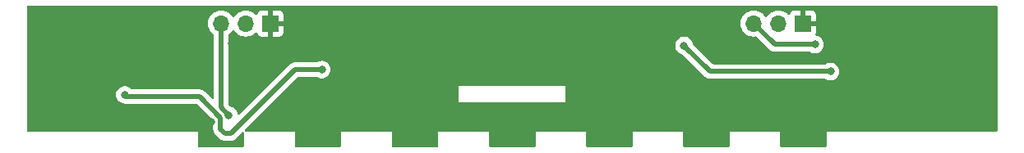
<source format=gbr>
%TF.GenerationSoftware,KiCad,Pcbnew,7.0.7*%
%TF.CreationDate,2023-11-13T13:38:28+01:00*%
%TF.ProjectId,Small_Wall,536d616c-6c5f-4576-916c-6c2e6b696361,rev?*%
%TF.SameCoordinates,Original*%
%TF.FileFunction,Copper,L2,Bot*%
%TF.FilePolarity,Positive*%
%FSLAX46Y46*%
G04 Gerber Fmt 4.6, Leading zero omitted, Abs format (unit mm)*
G04 Created by KiCad (PCBNEW 7.0.7) date 2023-11-13 13:38:28*
%MOMM*%
%LPD*%
G01*
G04 APERTURE LIST*
%TA.AperFunction,ComponentPad*%
%ADD10R,1.700000X1.700000*%
%TD*%
%TA.AperFunction,ComponentPad*%
%ADD11O,1.700000X1.700000*%
%TD*%
%TA.AperFunction,ViaPad*%
%ADD12C,0.800000*%
%TD*%
%TA.AperFunction,Conductor*%
%ADD13C,0.500000*%
%TD*%
G04 APERTURE END LIST*
D10*
%TO.P,J1,1,Pin_1*%
%TO.N,GND*%
X104975000Y-98825000D03*
D11*
%TO.P,J1,2,Pin_2*%
%TO.N,Net-(J1-Pin_2)*%
X102435000Y-98825000D03*
%TO.P,J1,3,Pin_3*%
%TO.N,VDD*%
X99895000Y-98825000D03*
%TD*%
D10*
%TO.P,J3,1,Pin_1*%
%TO.N,GND*%
X50105000Y-98825000D03*
D11*
%TO.P,J3,2,Pin_2*%
%TO.N,Net-(J3-Pin_2)*%
X47565000Y-98825000D03*
%TO.P,J3,3,Pin_3*%
%TO.N,VDD*%
X45025000Y-98825000D03*
%TD*%
D12*
%TO.N,VDD*%
X45806978Y-108308300D03*
X106200000Y-101000000D03*
%TO.N,GND*%
X62500000Y-98000000D03*
X59000000Y-102000000D03*
X43800000Y-103300000D03*
X46100000Y-100900000D03*
X40900000Y-97800000D03*
X44000000Y-109000000D03*
X43800000Y-100800000D03*
X84000000Y-102250000D03*
X87500000Y-106000000D03*
X46200000Y-103600000D03*
X62500000Y-106000000D03*
X87500000Y-98000000D03*
X99600000Y-101500000D03*
X106100000Y-108800000D03*
X118300000Y-108300000D03*
X75000000Y-98000000D03*
X54400000Y-97800000D03*
X71500000Y-102000000D03*
X116500000Y-101900000D03*
%TO.N,Net-(JP6-B)*%
X55400000Y-103600000D03*
X35100000Y-106200000D03*
%TO.N,Net-(JP3-B)*%
X92700000Y-101100000D03*
X107800000Y-103800000D03*
%TD*%
D13*
%TO.N,VDD*%
X102070000Y-101000000D02*
X106200000Y-101000000D01*
X45806978Y-108308300D02*
X45025000Y-107526322D01*
X99895000Y-98825000D02*
X102070000Y-101000000D01*
X45025000Y-107526322D02*
X45025000Y-98825000D01*
%TO.N,Net-(JP6-B)*%
X45400000Y-110200000D02*
X46000000Y-110200000D01*
X46000000Y-110200000D02*
X52600000Y-103600000D01*
X52600000Y-103600000D02*
X55400000Y-103600000D01*
X44956978Y-109756978D02*
X45400000Y-110200000D01*
X44956978Y-108556978D02*
X44956978Y-109756978D01*
X35100000Y-106200000D02*
X35300000Y-106400000D01*
X42800000Y-106400000D02*
X44956978Y-108556978D01*
X35300000Y-106400000D02*
X42800000Y-106400000D01*
%TO.N,Net-(JP3-B)*%
X95400000Y-103800000D02*
X92700000Y-101100000D01*
X107800000Y-103800000D02*
X95400000Y-103800000D01*
%TD*%
%TA.AperFunction,Conductor*%
%TO.N,GND*%
G36*
X124942539Y-97020185D02*
G01*
X124988294Y-97072989D01*
X124999500Y-97124500D01*
X124999500Y-109875500D01*
X124979815Y-109942539D01*
X124927011Y-109988294D01*
X124875500Y-109999500D01*
X107424760Y-109999500D01*
X107424554Y-109999459D01*
X107400000Y-109999459D01*
X107399901Y-109999500D01*
X107399617Y-109999616D01*
X107399615Y-109999618D01*
X107399459Y-109999999D01*
X107399476Y-110024616D01*
X107399471Y-110024616D01*
X107399500Y-110024759D01*
X107399500Y-111475500D01*
X107379815Y-111542539D01*
X107327011Y-111588294D01*
X107275500Y-111599500D01*
X102724500Y-111599500D01*
X102657461Y-111579815D01*
X102611706Y-111527011D01*
X102600500Y-111475500D01*
X102600500Y-110024759D01*
X102600528Y-110024616D01*
X102600524Y-110024616D01*
X102600539Y-110000002D01*
X102600541Y-110000000D01*
X102600462Y-109999808D01*
X102600384Y-109999618D01*
X102600382Y-109999616D01*
X102600099Y-109999500D01*
X102600000Y-109999459D01*
X102575446Y-109999459D01*
X102575240Y-109999500D01*
X97424760Y-109999500D01*
X97424554Y-109999459D01*
X97400000Y-109999459D01*
X97399901Y-109999500D01*
X97399617Y-109999616D01*
X97399615Y-109999618D01*
X97399459Y-109999999D01*
X97399476Y-110024616D01*
X97399471Y-110024616D01*
X97399500Y-110024759D01*
X97399500Y-111475500D01*
X97379815Y-111542539D01*
X97327011Y-111588294D01*
X97275500Y-111599500D01*
X92724500Y-111599500D01*
X92657461Y-111579815D01*
X92611706Y-111527011D01*
X92600500Y-111475500D01*
X92600500Y-110024759D01*
X92600528Y-110024616D01*
X92600524Y-110024616D01*
X92600539Y-110000002D01*
X92600541Y-110000000D01*
X92600462Y-109999808D01*
X92600384Y-109999618D01*
X92600382Y-109999616D01*
X92600099Y-109999500D01*
X92600000Y-109999459D01*
X92575446Y-109999459D01*
X92575240Y-109999500D01*
X87424760Y-109999500D01*
X87424554Y-109999459D01*
X87400000Y-109999459D01*
X87399901Y-109999500D01*
X87399617Y-109999616D01*
X87399615Y-109999618D01*
X87399459Y-109999999D01*
X87399476Y-110024616D01*
X87399471Y-110024616D01*
X87399500Y-110024759D01*
X87399500Y-111475500D01*
X87379815Y-111542539D01*
X87327011Y-111588294D01*
X87275500Y-111599500D01*
X82724500Y-111599500D01*
X82657461Y-111579815D01*
X82611706Y-111527011D01*
X82600500Y-111475500D01*
X82600500Y-110024759D01*
X82600528Y-110024616D01*
X82600524Y-110024616D01*
X82600539Y-110000002D01*
X82600541Y-110000000D01*
X82600462Y-109999808D01*
X82600384Y-109999618D01*
X82600382Y-109999616D01*
X82600099Y-109999500D01*
X82600000Y-109999459D01*
X82575446Y-109999459D01*
X82575240Y-109999500D01*
X77424760Y-109999500D01*
X77424554Y-109999459D01*
X77400000Y-109999459D01*
X77399901Y-109999500D01*
X77399617Y-109999616D01*
X77399615Y-109999618D01*
X77399459Y-109999999D01*
X77399476Y-110024616D01*
X77399471Y-110024616D01*
X77399500Y-110024759D01*
X77399500Y-111475500D01*
X77379815Y-111542539D01*
X77327011Y-111588294D01*
X77275500Y-111599500D01*
X72724500Y-111599500D01*
X72657461Y-111579815D01*
X72611706Y-111527011D01*
X72600500Y-111475500D01*
X72600500Y-110024759D01*
X72600528Y-110024616D01*
X72600524Y-110024616D01*
X72600539Y-110000002D01*
X72600541Y-110000000D01*
X72600462Y-109999808D01*
X72600384Y-109999618D01*
X72600382Y-109999616D01*
X72600099Y-109999500D01*
X72600000Y-109999459D01*
X72575446Y-109999459D01*
X72575240Y-109999500D01*
X67424760Y-109999500D01*
X67424554Y-109999459D01*
X67400000Y-109999459D01*
X67399901Y-109999500D01*
X67399617Y-109999616D01*
X67399615Y-109999618D01*
X67399459Y-109999999D01*
X67399476Y-110024616D01*
X67399471Y-110024616D01*
X67399500Y-110024759D01*
X67399500Y-111475500D01*
X67379815Y-111542539D01*
X67327011Y-111588294D01*
X67275500Y-111599500D01*
X62724500Y-111599500D01*
X62657461Y-111579815D01*
X62611706Y-111527011D01*
X62600500Y-111475500D01*
X62600500Y-110024759D01*
X62600528Y-110024616D01*
X62600524Y-110024616D01*
X62600539Y-110000002D01*
X62600541Y-110000000D01*
X62600462Y-109999808D01*
X62600384Y-109999618D01*
X62600382Y-109999616D01*
X62600099Y-109999500D01*
X62600000Y-109999459D01*
X62575446Y-109999459D01*
X62575240Y-109999500D01*
X57424760Y-109999500D01*
X57424554Y-109999459D01*
X57400000Y-109999459D01*
X57399901Y-109999500D01*
X57399617Y-109999616D01*
X57399615Y-109999618D01*
X57399459Y-109999999D01*
X57399476Y-110024616D01*
X57399471Y-110024616D01*
X57399500Y-110024759D01*
X57399500Y-111475500D01*
X57379815Y-111542539D01*
X57327011Y-111588294D01*
X57275500Y-111599500D01*
X52724500Y-111599500D01*
X52657461Y-111579815D01*
X52611706Y-111527011D01*
X52600500Y-111475500D01*
X52600500Y-110024759D01*
X52600528Y-110024616D01*
X52600524Y-110024616D01*
X52600539Y-110000002D01*
X52600541Y-110000000D01*
X52600462Y-109999808D01*
X52600384Y-109999618D01*
X52600382Y-109999616D01*
X52600099Y-109999500D01*
X52600000Y-109999459D01*
X52575446Y-109999459D01*
X52575240Y-109999500D01*
X47561230Y-109999500D01*
X47494191Y-109979815D01*
X47448436Y-109927011D01*
X47438492Y-109857853D01*
X47467517Y-109794297D01*
X47473549Y-109787819D01*
X50285478Y-106975889D01*
X69499416Y-106975889D01*
X69499459Y-107000001D01*
X69499500Y-107000099D01*
X69499616Y-107000382D01*
X69499618Y-107000384D01*
X69499808Y-107000462D01*
X69500000Y-107000541D01*
X69500002Y-107000539D01*
X69524616Y-107000524D01*
X69524616Y-107000528D01*
X69524760Y-107000500D01*
X80475240Y-107000500D01*
X80475383Y-107000528D01*
X80475384Y-107000524D01*
X80499997Y-107000539D01*
X80500000Y-107000541D01*
X80500383Y-107000383D01*
X80500500Y-107000099D01*
X80500541Y-107000000D01*
X80500540Y-106999997D01*
X80500583Y-106975889D01*
X80500500Y-106975467D01*
X80500500Y-105324759D01*
X80500528Y-105324616D01*
X80500524Y-105324616D01*
X80500539Y-105300002D01*
X80500541Y-105300000D01*
X80500462Y-105299808D01*
X80500384Y-105299618D01*
X80500382Y-105299616D01*
X80500099Y-105299500D01*
X80500000Y-105299459D01*
X80475446Y-105299459D01*
X80475240Y-105299500D01*
X69524760Y-105299500D01*
X69524554Y-105299459D01*
X69500000Y-105299459D01*
X69499901Y-105299500D01*
X69499617Y-105299616D01*
X69499615Y-105299618D01*
X69499459Y-105299999D01*
X69499476Y-105324616D01*
X69499471Y-105324616D01*
X69499500Y-105324759D01*
X69499500Y-106975467D01*
X69499416Y-106975889D01*
X50285478Y-106975889D01*
X52874548Y-104386819D01*
X52935871Y-104353334D01*
X52962229Y-104350500D01*
X54860663Y-104350500D01*
X54927702Y-104370185D01*
X54933548Y-104374182D01*
X54947265Y-104384148D01*
X54947270Y-104384151D01*
X55120192Y-104461142D01*
X55120197Y-104461144D01*
X55305354Y-104500500D01*
X55305355Y-104500500D01*
X55494644Y-104500500D01*
X55494646Y-104500500D01*
X55679803Y-104461144D01*
X55852730Y-104384151D01*
X56005871Y-104272888D01*
X56132533Y-104132216D01*
X56227179Y-103968284D01*
X56285674Y-103788256D01*
X56305460Y-103600000D01*
X56285674Y-103411744D01*
X56227179Y-103231716D01*
X56132533Y-103067784D01*
X56005871Y-102927112D01*
X56005870Y-102927111D01*
X55852734Y-102815851D01*
X55852729Y-102815848D01*
X55679807Y-102738857D01*
X55679802Y-102738855D01*
X55534001Y-102707865D01*
X55494646Y-102699500D01*
X55305354Y-102699500D01*
X55272897Y-102706398D01*
X55120197Y-102738855D01*
X55120192Y-102738857D01*
X54947270Y-102815848D01*
X54947265Y-102815851D01*
X54933548Y-102825818D01*
X54867742Y-102849298D01*
X54860663Y-102849500D01*
X52663708Y-102849500D01*
X52645737Y-102848191D01*
X52621979Y-102844711D01*
X52621973Y-102844710D01*
X52576903Y-102848654D01*
X52569931Y-102849264D01*
X52564530Y-102849500D01*
X52556289Y-102849500D01*
X52534579Y-102852037D01*
X52523724Y-102853306D01*
X52508419Y-102854645D01*
X52447199Y-102860001D01*
X52440132Y-102861460D01*
X52440120Y-102861404D01*
X52432763Y-102863035D01*
X52432777Y-102863092D01*
X52425743Y-102864759D01*
X52353575Y-102891025D01*
X52280675Y-102915181D01*
X52274126Y-102918236D01*
X52274101Y-102918183D01*
X52267308Y-102921471D01*
X52267334Y-102921523D01*
X52260880Y-102924764D01*
X52196708Y-102966971D01*
X52131347Y-103007285D01*
X52125683Y-103011765D01*
X52125647Y-103011719D01*
X52119798Y-103016484D01*
X52119835Y-103016528D01*
X52114310Y-103021164D01*
X52114304Y-103021169D01*
X52114304Y-103021170D01*
X52070325Y-103067784D01*
X52061597Y-103077035D01*
X46907477Y-108231153D01*
X46846154Y-108264638D01*
X46776462Y-108259654D01*
X46720529Y-108217782D01*
X46696476Y-108156435D01*
X46692652Y-108120044D01*
X46634157Y-107940016D01*
X46539511Y-107776084D01*
X46412849Y-107635412D01*
X46412848Y-107635411D01*
X46259712Y-107524151D01*
X46259707Y-107524148D01*
X46086785Y-107447157D01*
X46086780Y-107447155D01*
X46021647Y-107433311D01*
X45960165Y-107400118D01*
X45959747Y-107399702D01*
X45811818Y-107251773D01*
X45778333Y-107190450D01*
X45775499Y-107164092D01*
X45775499Y-103600000D01*
X45775499Y-101100000D01*
X91794540Y-101100000D01*
X91814326Y-101288256D01*
X91814327Y-101288259D01*
X91872818Y-101468277D01*
X91872821Y-101468284D01*
X91967467Y-101632216D01*
X92058019Y-101732784D01*
X92094129Y-101772888D01*
X92247265Y-101884148D01*
X92247270Y-101884151D01*
X92420191Y-101961142D01*
X92420193Y-101961142D01*
X92420197Y-101961144D01*
X92485329Y-101974987D01*
X92546809Y-102008178D01*
X92547228Y-102008596D01*
X94824267Y-104285634D01*
X94836048Y-104299266D01*
X94850390Y-104318530D01*
X94890420Y-104352119D01*
X94894392Y-104355759D01*
X94900224Y-104361591D01*
X94900227Y-104361594D01*
X94925947Y-104381931D01*
X94984788Y-104431304D01*
X94990818Y-104435270D01*
X94990785Y-104435319D01*
X94997143Y-104439369D01*
X94997175Y-104439319D01*
X95003320Y-104443109D01*
X95003323Y-104443111D01*
X95072936Y-104475572D01*
X95141567Y-104510040D01*
X95141572Y-104510041D01*
X95148361Y-104512513D01*
X95148340Y-104512570D01*
X95155455Y-104515043D01*
X95155475Y-104514986D01*
X95162330Y-104517258D01*
X95237557Y-104532790D01*
X95237558Y-104532790D01*
X95312279Y-104550500D01*
X95312289Y-104550500D01*
X95319452Y-104551338D01*
X95319444Y-104551397D01*
X95326945Y-104552164D01*
X95326951Y-104552105D01*
X95334140Y-104552734D01*
X95334144Y-104552733D01*
X95334145Y-104552734D01*
X95410918Y-104550500D01*
X107260663Y-104550500D01*
X107327702Y-104570185D01*
X107333548Y-104574182D01*
X107347265Y-104584148D01*
X107347270Y-104584151D01*
X107520192Y-104661142D01*
X107520197Y-104661144D01*
X107705354Y-104700500D01*
X107705355Y-104700500D01*
X107894644Y-104700500D01*
X107894646Y-104700500D01*
X108079803Y-104661144D01*
X108252730Y-104584151D01*
X108405871Y-104472888D01*
X108532533Y-104332216D01*
X108627179Y-104168284D01*
X108685674Y-103988256D01*
X108705460Y-103800000D01*
X108685674Y-103611744D01*
X108627179Y-103431716D01*
X108532533Y-103267784D01*
X108405871Y-103127112D01*
X108336946Y-103077035D01*
X108252734Y-103015851D01*
X108252729Y-103015848D01*
X108079807Y-102938857D01*
X108079802Y-102938855D01*
X107934001Y-102907865D01*
X107894646Y-102899500D01*
X107705354Y-102899500D01*
X107672897Y-102906398D01*
X107520197Y-102938855D01*
X107520192Y-102938857D01*
X107347270Y-103015848D01*
X107347265Y-103015851D01*
X107333548Y-103025818D01*
X107267742Y-103049298D01*
X107260663Y-103049500D01*
X95762229Y-103049500D01*
X95695190Y-103029815D01*
X95674548Y-103013181D01*
X94643991Y-101982624D01*
X93612770Y-100951402D01*
X93582521Y-100902041D01*
X93527179Y-100731716D01*
X93432533Y-100567784D01*
X93305871Y-100427112D01*
X93305870Y-100427111D01*
X93152734Y-100315851D01*
X93152729Y-100315848D01*
X92979807Y-100238857D01*
X92979802Y-100238855D01*
X92834001Y-100207865D01*
X92794646Y-100199500D01*
X92605354Y-100199500D01*
X92572897Y-100206398D01*
X92420197Y-100238855D01*
X92420192Y-100238857D01*
X92247270Y-100315848D01*
X92247265Y-100315851D01*
X92094129Y-100427111D01*
X91967466Y-100567785D01*
X91872821Y-100731715D01*
X91872818Y-100731722D01*
X91817479Y-100902039D01*
X91814326Y-100911744D01*
X91794540Y-101100000D01*
X45775499Y-101100000D01*
X45775499Y-100012696D01*
X45795184Y-99945661D01*
X45828372Y-99911128D01*
X45896401Y-99863495D01*
X46063495Y-99696401D01*
X46193426Y-99510840D01*
X46248001Y-99467217D01*
X46317499Y-99460023D01*
X46379854Y-99491546D01*
X46396574Y-99510841D01*
X46526505Y-99696401D01*
X46693599Y-99863495D01*
X46761620Y-99911124D01*
X46887165Y-99999032D01*
X46887167Y-99999033D01*
X46887170Y-99999035D01*
X47101337Y-100098903D01*
X47329592Y-100160063D01*
X47517918Y-100176539D01*
X47564999Y-100180659D01*
X47565000Y-100180659D01*
X47565001Y-100180659D01*
X47606696Y-100177011D01*
X47800408Y-100160063D01*
X48028663Y-100098903D01*
X48242830Y-99999035D01*
X48436401Y-99863495D01*
X48558717Y-99741178D01*
X48620036Y-99707696D01*
X48689728Y-99712680D01*
X48745662Y-99754551D01*
X48762577Y-99785528D01*
X48811646Y-99917088D01*
X48811649Y-99917093D01*
X48897809Y-100032187D01*
X48897812Y-100032190D01*
X49012906Y-100118350D01*
X49012913Y-100118354D01*
X49147620Y-100168596D01*
X49147627Y-100168598D01*
X49207155Y-100174999D01*
X49207172Y-100175000D01*
X49854999Y-100175000D01*
X49854999Y-99437301D01*
X49874683Y-99370262D01*
X49927487Y-99324507D01*
X49996646Y-99314563D01*
X50003380Y-99315531D01*
X50069237Y-99325000D01*
X50069238Y-99325000D01*
X50140762Y-99325000D01*
X50140763Y-99325000D01*
X50213353Y-99314563D01*
X50282512Y-99324507D01*
X50335315Y-99370262D01*
X50355000Y-99437301D01*
X50355000Y-100175000D01*
X51002828Y-100175000D01*
X51002844Y-100174999D01*
X51062372Y-100168598D01*
X51062379Y-100168596D01*
X51197086Y-100118354D01*
X51197093Y-100118350D01*
X51312187Y-100032190D01*
X51312190Y-100032187D01*
X51398350Y-99917093D01*
X51398354Y-99917086D01*
X51448596Y-99782379D01*
X51448598Y-99782372D01*
X51454999Y-99722844D01*
X51455000Y-99722827D01*
X51455000Y-99075000D01*
X50718347Y-99075000D01*
X50651308Y-99055315D01*
X50605553Y-99002511D01*
X50595609Y-98933353D01*
X50599369Y-98916067D01*
X50605000Y-98896888D01*
X50605000Y-98825000D01*
X98539341Y-98825000D01*
X98559936Y-99060403D01*
X98559938Y-99060413D01*
X98621094Y-99288655D01*
X98621096Y-99288659D01*
X98621097Y-99288663D01*
X98690408Y-99437301D01*
X98720965Y-99502830D01*
X98720967Y-99502834D01*
X98829281Y-99657521D01*
X98856505Y-99696401D01*
X99023599Y-99863495D01*
X99091620Y-99911124D01*
X99217165Y-99999032D01*
X99217167Y-99999033D01*
X99217170Y-99999035D01*
X99431337Y-100098903D01*
X99659592Y-100160063D01*
X99847918Y-100176539D01*
X99894999Y-100180659D01*
X99895000Y-100180659D01*
X99895001Y-100180659D01*
X99936696Y-100177011D01*
X100108013Y-100162022D01*
X100176512Y-100175788D01*
X100206501Y-100197869D01*
X101494267Y-101485634D01*
X101506048Y-101499266D01*
X101520390Y-101518530D01*
X101560420Y-101552119D01*
X101564392Y-101555759D01*
X101570223Y-101561590D01*
X101595939Y-101581923D01*
X101654786Y-101631302D01*
X101654788Y-101631303D01*
X101660823Y-101635272D01*
X101660789Y-101635322D01*
X101667144Y-101639370D01*
X101667177Y-101639318D01*
X101673319Y-101643107D01*
X101673323Y-101643110D01*
X101737182Y-101672888D01*
X101742914Y-101675561D01*
X101811558Y-101710036D01*
X101811561Y-101710037D01*
X101811567Y-101710040D01*
X101811572Y-101710041D01*
X101818355Y-101712510D01*
X101818334Y-101712567D01*
X101825451Y-101715040D01*
X101825470Y-101714984D01*
X101832330Y-101717257D01*
X101907532Y-101732784D01*
X101982279Y-101750500D01*
X101982288Y-101750500D01*
X101989452Y-101751338D01*
X101989445Y-101751397D01*
X101996946Y-101752163D01*
X101996952Y-101752104D01*
X102004140Y-101752733D01*
X102004143Y-101752732D01*
X102004144Y-101752733D01*
X102080898Y-101750500D01*
X105660663Y-101750500D01*
X105727702Y-101770185D01*
X105733548Y-101774182D01*
X105747265Y-101784148D01*
X105747270Y-101784151D01*
X105920192Y-101861142D01*
X105920197Y-101861144D01*
X106105354Y-101900500D01*
X106105355Y-101900500D01*
X106294644Y-101900500D01*
X106294646Y-101900500D01*
X106479803Y-101861144D01*
X106652730Y-101784151D01*
X106805871Y-101672888D01*
X106932533Y-101532216D01*
X107027179Y-101368284D01*
X107085674Y-101188256D01*
X107105460Y-101000000D01*
X107085674Y-100811744D01*
X107027179Y-100631716D01*
X106932533Y-100467784D01*
X106805871Y-100327112D01*
X106790369Y-100315849D01*
X106652734Y-100215851D01*
X106652729Y-100215848D01*
X106479807Y-100138857D01*
X106479802Y-100138855D01*
X106343879Y-100109964D01*
X106282397Y-100076771D01*
X106248621Y-100015608D01*
X106253273Y-99945894D01*
X106264554Y-99925118D01*
X106264103Y-99924872D01*
X106268354Y-99917086D01*
X106318596Y-99782379D01*
X106318598Y-99782372D01*
X106324999Y-99722844D01*
X106325000Y-99722827D01*
X106325000Y-99075000D01*
X105588347Y-99075000D01*
X105521308Y-99055315D01*
X105475553Y-99002511D01*
X105465609Y-98933353D01*
X105469369Y-98916067D01*
X105475000Y-98896888D01*
X105475000Y-98753111D01*
X105469369Y-98733933D01*
X105469370Y-98664064D01*
X105507145Y-98605286D01*
X105570701Y-98576262D01*
X105588347Y-98575000D01*
X106325000Y-98575000D01*
X106325000Y-97927172D01*
X106324999Y-97927155D01*
X106318598Y-97867627D01*
X106318596Y-97867620D01*
X106268354Y-97732913D01*
X106268350Y-97732906D01*
X106182190Y-97617812D01*
X106182187Y-97617809D01*
X106067093Y-97531649D01*
X106067086Y-97531645D01*
X105932379Y-97481403D01*
X105932372Y-97481401D01*
X105872844Y-97475000D01*
X105225000Y-97475000D01*
X105225000Y-98212698D01*
X105205315Y-98279737D01*
X105152511Y-98325492D01*
X105083355Y-98335436D01*
X105010766Y-98325000D01*
X105010763Y-98325000D01*
X104939237Y-98325000D01*
X104939233Y-98325000D01*
X104866645Y-98335436D01*
X104797487Y-98325492D01*
X104744684Y-98279736D01*
X104725000Y-98212698D01*
X104725000Y-97475000D01*
X104077155Y-97475000D01*
X104017627Y-97481401D01*
X104017620Y-97481403D01*
X103882913Y-97531645D01*
X103882906Y-97531649D01*
X103767812Y-97617809D01*
X103767809Y-97617812D01*
X103681649Y-97732906D01*
X103681645Y-97732913D01*
X103632578Y-97864470D01*
X103590707Y-97920404D01*
X103525242Y-97944821D01*
X103456969Y-97929969D01*
X103428715Y-97908819D01*
X103384366Y-97864470D01*
X103306401Y-97786505D01*
X103306397Y-97786502D01*
X103306396Y-97786501D01*
X103112834Y-97650967D01*
X103112830Y-97650965D01*
X103041727Y-97617809D01*
X102898663Y-97551097D01*
X102898659Y-97551096D01*
X102898655Y-97551094D01*
X102670413Y-97489938D01*
X102670403Y-97489936D01*
X102435001Y-97469341D01*
X102434999Y-97469341D01*
X102199596Y-97489936D01*
X102199586Y-97489938D01*
X101971344Y-97551094D01*
X101971335Y-97551098D01*
X101757171Y-97650964D01*
X101757169Y-97650965D01*
X101563597Y-97786505D01*
X101396505Y-97953597D01*
X101266575Y-98139158D01*
X101211998Y-98182783D01*
X101142500Y-98189977D01*
X101080145Y-98158454D01*
X101063425Y-98139158D01*
X100933494Y-97953597D01*
X100766402Y-97786506D01*
X100766395Y-97786501D01*
X100572834Y-97650967D01*
X100572830Y-97650965D01*
X100501727Y-97617809D01*
X100358663Y-97551097D01*
X100358659Y-97551096D01*
X100358655Y-97551094D01*
X100130413Y-97489938D01*
X100130403Y-97489936D01*
X99895001Y-97469341D01*
X99894999Y-97469341D01*
X99659596Y-97489936D01*
X99659586Y-97489938D01*
X99431344Y-97551094D01*
X99431335Y-97551098D01*
X99217171Y-97650964D01*
X99217169Y-97650965D01*
X99023597Y-97786505D01*
X98856505Y-97953597D01*
X98720965Y-98147169D01*
X98720964Y-98147171D01*
X98621098Y-98361335D01*
X98621094Y-98361344D01*
X98559938Y-98589586D01*
X98559936Y-98589596D01*
X98539341Y-98824999D01*
X98539341Y-98825000D01*
X50605000Y-98825000D01*
X50605000Y-98753111D01*
X50599369Y-98733933D01*
X50599370Y-98664064D01*
X50637145Y-98605286D01*
X50700701Y-98576262D01*
X50718347Y-98575000D01*
X51455000Y-98575000D01*
X51455000Y-97927172D01*
X51454999Y-97927155D01*
X51448598Y-97867627D01*
X51448596Y-97867620D01*
X51398354Y-97732913D01*
X51398350Y-97732906D01*
X51312190Y-97617812D01*
X51312187Y-97617809D01*
X51197093Y-97531649D01*
X51197086Y-97531645D01*
X51062379Y-97481403D01*
X51062372Y-97481401D01*
X51002844Y-97475000D01*
X50355000Y-97475000D01*
X50355000Y-98212698D01*
X50335315Y-98279737D01*
X50282511Y-98325492D01*
X50213355Y-98335436D01*
X50140766Y-98325000D01*
X50140763Y-98325000D01*
X50069237Y-98325000D01*
X50069233Y-98325000D01*
X49996644Y-98335436D01*
X49927486Y-98325492D01*
X49874683Y-98279736D01*
X49854999Y-98212698D01*
X49855000Y-97475000D01*
X49207155Y-97475000D01*
X49147627Y-97481401D01*
X49147620Y-97481403D01*
X49012913Y-97531645D01*
X49012906Y-97531649D01*
X48897812Y-97617809D01*
X48897809Y-97617812D01*
X48811649Y-97732906D01*
X48811645Y-97732913D01*
X48762578Y-97864470D01*
X48720707Y-97920404D01*
X48655242Y-97944821D01*
X48586969Y-97929969D01*
X48558715Y-97908819D01*
X48514366Y-97864470D01*
X48436401Y-97786505D01*
X48436397Y-97786502D01*
X48436396Y-97786501D01*
X48242834Y-97650967D01*
X48242830Y-97650965D01*
X48171727Y-97617809D01*
X48028663Y-97551097D01*
X48028659Y-97551096D01*
X48028655Y-97551094D01*
X47800413Y-97489938D01*
X47800403Y-97489936D01*
X47565001Y-97469341D01*
X47564999Y-97469341D01*
X47329596Y-97489936D01*
X47329586Y-97489938D01*
X47101344Y-97551094D01*
X47101335Y-97551098D01*
X46887171Y-97650964D01*
X46887169Y-97650965D01*
X46693597Y-97786505D01*
X46526505Y-97953597D01*
X46396575Y-98139158D01*
X46341998Y-98182783D01*
X46272500Y-98189977D01*
X46210145Y-98158454D01*
X46193425Y-98139158D01*
X46063494Y-97953597D01*
X45896402Y-97786506D01*
X45896395Y-97786501D01*
X45702834Y-97650967D01*
X45702830Y-97650965D01*
X45631727Y-97617809D01*
X45488663Y-97551097D01*
X45488659Y-97551096D01*
X45488655Y-97551094D01*
X45260413Y-97489938D01*
X45260403Y-97489936D01*
X45025001Y-97469341D01*
X45024999Y-97469341D01*
X44789596Y-97489936D01*
X44789586Y-97489938D01*
X44561344Y-97551094D01*
X44561335Y-97551098D01*
X44347171Y-97650964D01*
X44347169Y-97650965D01*
X44153597Y-97786505D01*
X43986505Y-97953597D01*
X43850965Y-98147169D01*
X43850964Y-98147171D01*
X43751098Y-98361335D01*
X43751094Y-98361344D01*
X43689938Y-98589586D01*
X43689936Y-98589596D01*
X43669341Y-98824999D01*
X43669341Y-98825000D01*
X43689936Y-99060403D01*
X43689938Y-99060413D01*
X43751094Y-99288655D01*
X43751096Y-99288659D01*
X43751097Y-99288663D01*
X43820408Y-99437301D01*
X43850965Y-99502830D01*
X43850967Y-99502834D01*
X43959281Y-99657521D01*
X43986504Y-99696400D01*
X43986506Y-99696402D01*
X44153595Y-99863492D01*
X44153598Y-99863494D01*
X44153599Y-99863495D01*
X44221623Y-99911125D01*
X44265248Y-99965701D01*
X44274500Y-100012700D01*
X44274500Y-106513770D01*
X44254815Y-106580809D01*
X44202011Y-106626564D01*
X44132853Y-106636508D01*
X44069297Y-106607483D01*
X44062819Y-106601451D01*
X43375729Y-105914361D01*
X43363949Y-105900730D01*
X43356482Y-105890701D01*
X43349612Y-105881472D01*
X43349610Y-105881470D01*
X43309587Y-105847886D01*
X43305612Y-105844244D01*
X43302690Y-105841322D01*
X43299780Y-105838411D01*
X43274040Y-105818059D01*
X43215209Y-105768694D01*
X43209180Y-105764729D01*
X43209212Y-105764680D01*
X43202853Y-105760628D01*
X43202822Y-105760679D01*
X43196680Y-105756891D01*
X43196678Y-105756890D01*
X43196677Y-105756889D01*
X43157474Y-105738608D01*
X43127058Y-105724424D01*
X43092894Y-105707267D01*
X43058433Y-105689960D01*
X43058431Y-105689959D01*
X43058430Y-105689959D01*
X43051645Y-105687489D01*
X43051665Y-105687433D01*
X43044549Y-105684959D01*
X43044531Y-105685015D01*
X43037671Y-105682742D01*
X43009841Y-105676996D01*
X42962434Y-105667207D01*
X42913472Y-105655603D01*
X42887719Y-105649499D01*
X42880547Y-105648661D01*
X42880553Y-105648601D01*
X42873055Y-105647835D01*
X42873050Y-105647895D01*
X42865860Y-105647265D01*
X42789083Y-105649500D01*
X35871278Y-105649500D01*
X35804239Y-105629815D01*
X35779128Y-105608472D01*
X35705870Y-105527111D01*
X35552734Y-105415851D01*
X35552729Y-105415848D01*
X35379807Y-105338857D01*
X35379802Y-105338855D01*
X35234000Y-105307865D01*
X35194646Y-105299500D01*
X35005354Y-105299500D01*
X34972897Y-105306398D01*
X34820197Y-105338855D01*
X34820192Y-105338857D01*
X34647270Y-105415848D01*
X34647265Y-105415851D01*
X34494129Y-105527111D01*
X34367466Y-105667785D01*
X34272821Y-105831715D01*
X34272818Y-105831722D01*
X34214327Y-106011740D01*
X34214326Y-106011744D01*
X34194540Y-106200000D01*
X34214326Y-106388256D01*
X34214327Y-106388259D01*
X34272818Y-106568277D01*
X34272821Y-106568284D01*
X34367467Y-106732216D01*
X34494128Y-106872888D01*
X34494129Y-106872888D01*
X34647265Y-106984148D01*
X34647270Y-106984151D01*
X34820192Y-107061142D01*
X34820197Y-107061144D01*
X35005354Y-107100500D01*
X35005355Y-107100500D01*
X35011711Y-107101851D01*
X35011581Y-107102461D01*
X35034224Y-107109102D01*
X35034782Y-107107570D01*
X35041564Y-107110038D01*
X35041567Y-107110040D01*
X35041570Y-107110040D01*
X35048357Y-107112511D01*
X35048336Y-107112567D01*
X35055455Y-107115042D01*
X35055474Y-107114986D01*
X35062329Y-107117258D01*
X35137562Y-107132790D01*
X35137562Y-107132791D01*
X35212279Y-107150500D01*
X35212289Y-107150500D01*
X35219452Y-107151338D01*
X35219444Y-107151397D01*
X35226945Y-107152164D01*
X35226951Y-107152105D01*
X35234140Y-107152734D01*
X35234144Y-107152733D01*
X35234145Y-107152734D01*
X35310918Y-107150500D01*
X42437770Y-107150500D01*
X42504809Y-107170185D01*
X42525451Y-107186819D01*
X44170159Y-108831526D01*
X44203644Y-108892849D01*
X44206478Y-108919207D01*
X44206478Y-109693272D01*
X44205169Y-109711241D01*
X44201688Y-109735003D01*
X44206242Y-109787042D01*
X44206478Y-109792448D01*
X44206478Y-109800687D01*
X44210284Y-109833252D01*
X44216978Y-109909769D01*
X44218439Y-109916845D01*
X44218381Y-109916856D01*
X44220012Y-109924215D01*
X44220070Y-109924202D01*
X44221735Y-109931228D01*
X44248003Y-110003402D01*
X44272163Y-110076309D01*
X44275214Y-110082852D01*
X44275160Y-110082876D01*
X44278448Y-110089666D01*
X44278499Y-110089641D01*
X44281739Y-110096091D01*
X44281740Y-110096092D01*
X44281741Y-110096095D01*
X44318762Y-110152383D01*
X44323943Y-110160261D01*
X44364265Y-110225633D01*
X44368744Y-110231297D01*
X44368697Y-110231334D01*
X44373460Y-110237180D01*
X44373506Y-110237142D01*
X44378151Y-110242678D01*
X44433995Y-110295363D01*
X44824270Y-110685638D01*
X44836051Y-110699270D01*
X44850388Y-110718528D01*
X44850389Y-110718529D01*
X44850390Y-110718530D01*
X44855696Y-110722982D01*
X44890409Y-110752111D01*
X44894397Y-110755766D01*
X44900216Y-110761585D01*
X44900220Y-110761588D01*
X44900223Y-110761591D01*
X44925959Y-110781940D01*
X44984786Y-110831302D01*
X44984787Y-110831302D01*
X44984789Y-110831304D01*
X44990818Y-110835270D01*
X44990785Y-110835319D01*
X44997147Y-110839372D01*
X44997179Y-110839321D01*
X45003319Y-110843108D01*
X45003323Y-110843111D01*
X45038132Y-110859342D01*
X45072941Y-110875575D01*
X45091336Y-110884813D01*
X45141567Y-110910040D01*
X45141569Y-110910040D01*
X45148357Y-110912511D01*
X45148336Y-110912567D01*
X45155455Y-110915042D01*
X45155474Y-110914986D01*
X45162329Y-110917258D01*
X45237561Y-110932790D01*
X45237562Y-110932791D01*
X45312279Y-110950500D01*
X45312289Y-110950500D01*
X45319452Y-110951338D01*
X45319444Y-110951397D01*
X45326945Y-110952164D01*
X45326951Y-110952105D01*
X45334140Y-110952734D01*
X45334144Y-110952733D01*
X45334145Y-110952734D01*
X45410918Y-110950500D01*
X45936295Y-110950500D01*
X45954265Y-110951809D01*
X45978023Y-110955289D01*
X46030068Y-110950735D01*
X46035470Y-110950500D01*
X46043704Y-110950500D01*
X46043709Y-110950500D01*
X46055327Y-110949141D01*
X46076276Y-110946693D01*
X46089028Y-110945577D01*
X46152797Y-110939999D01*
X46152805Y-110939996D01*
X46159866Y-110938539D01*
X46159878Y-110938598D01*
X46167243Y-110936965D01*
X46167229Y-110936906D01*
X46174246Y-110935241D01*
X46174255Y-110935241D01*
X46246423Y-110908974D01*
X46319334Y-110884814D01*
X46319343Y-110884807D01*
X46325882Y-110881760D01*
X46325908Y-110881816D01*
X46332690Y-110878532D01*
X46332663Y-110878478D01*
X46339106Y-110875240D01*
X46339117Y-110875237D01*
X46403283Y-110833034D01*
X46468656Y-110792712D01*
X46468662Y-110792705D01*
X46474325Y-110788229D01*
X46474362Y-110788277D01*
X46480204Y-110783518D01*
X46480164Y-110783471D01*
X46485686Y-110778836D01*
X46485696Y-110778830D01*
X46510904Y-110752111D01*
X46538386Y-110722982D01*
X47187819Y-110073548D01*
X47249142Y-110040063D01*
X47318833Y-110045047D01*
X47374767Y-110086918D01*
X47399184Y-110152383D01*
X47399500Y-110161229D01*
X47399500Y-111475500D01*
X47379815Y-111542539D01*
X47327011Y-111588294D01*
X47275500Y-111599500D01*
X42724500Y-111599500D01*
X42657461Y-111579815D01*
X42611706Y-111527011D01*
X42600500Y-111475500D01*
X42600500Y-110024759D01*
X42600528Y-110024616D01*
X42600524Y-110024616D01*
X42600539Y-110000002D01*
X42600541Y-110000000D01*
X42600462Y-109999808D01*
X42600384Y-109999618D01*
X42600382Y-109999616D01*
X42600099Y-109999500D01*
X42600000Y-109999459D01*
X42575446Y-109999459D01*
X42575240Y-109999500D01*
X25124500Y-109999500D01*
X25057461Y-109979815D01*
X25011706Y-109927011D01*
X25000500Y-109875500D01*
X25000500Y-97124500D01*
X25020185Y-97057461D01*
X25072989Y-97011706D01*
X25124500Y-97000500D01*
X124875500Y-97000500D01*
X124942539Y-97020185D01*
G37*
%TD.AperFunction*%
%TD*%
M02*

</source>
